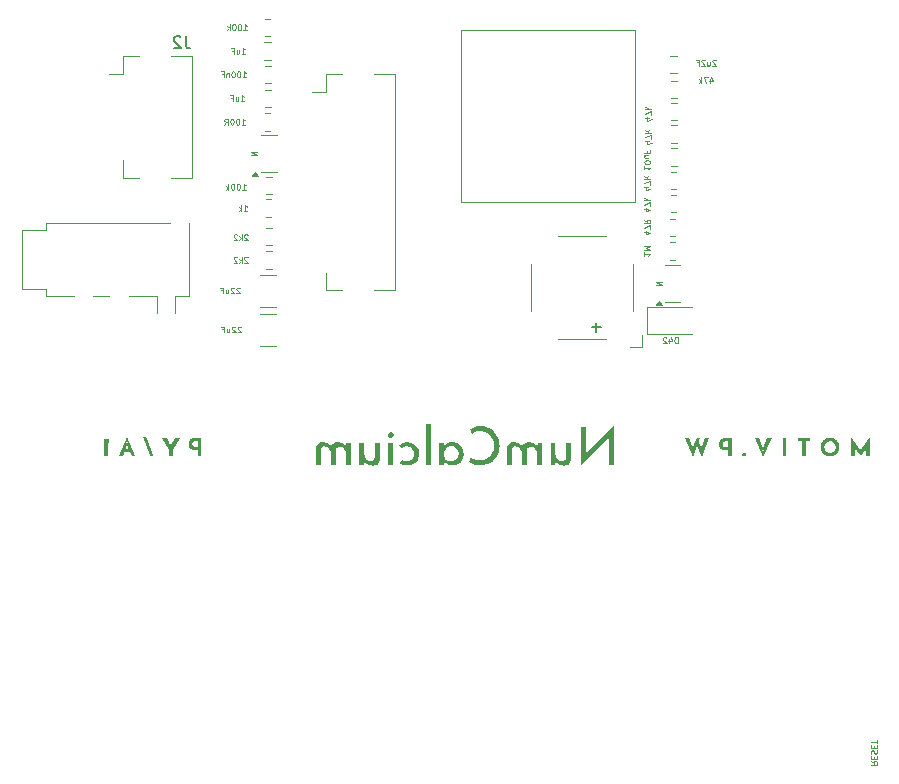
<source format=gbr>
%TF.GenerationSoftware,KiCad,Pcbnew,8.0.8-8.0.8-0~ubuntu22.04.1*%
%TF.CreationDate,2025-02-03T23:54:13+00:00*%
%TF.ProjectId,numcalcium,6e756d63-616c-4636-9975-6d2e6b696361,rev?*%
%TF.SameCoordinates,Original*%
%TF.FileFunction,Legend,Bot*%
%TF.FilePolarity,Positive*%
%FSLAX46Y46*%
G04 Gerber Fmt 4.6, Leading zero omitted, Abs format (unit mm)*
G04 Created by KiCad (PCBNEW 8.0.8-8.0.8-0~ubuntu22.04.1) date 2025-02-03 23:54:13*
%MOMM*%
%LPD*%
G01*
G04 APERTURE LIST*
%ADD10C,0.125000*%
%ADD11C,0.250000*%
%ADD12C,0.375000*%
%ADD13C,0.150000*%
%ADD14C,0.120000*%
%ADD15C,0.100000*%
G04 APERTURE END LIST*
D10*
X18427713Y41511190D02*
X18713427Y41511190D01*
X18570570Y41511190D02*
X18570570Y42011190D01*
X18570570Y42011190D02*
X18618189Y41939761D01*
X18618189Y41939761D02*
X18665808Y41892142D01*
X18665808Y41892142D02*
X18713427Y41868333D01*
X18118190Y42011190D02*
X18070571Y42011190D01*
X18070571Y42011190D02*
X18022952Y41987380D01*
X18022952Y41987380D02*
X17999142Y41963571D01*
X17999142Y41963571D02*
X17975333Y41915952D01*
X17975333Y41915952D02*
X17951523Y41820714D01*
X17951523Y41820714D02*
X17951523Y41701666D01*
X17951523Y41701666D02*
X17975333Y41606428D01*
X17975333Y41606428D02*
X17999142Y41558809D01*
X17999142Y41558809D02*
X18022952Y41535000D01*
X18022952Y41535000D02*
X18070571Y41511190D01*
X18070571Y41511190D02*
X18118190Y41511190D01*
X18118190Y41511190D02*
X18165809Y41535000D01*
X18165809Y41535000D02*
X18189618Y41558809D01*
X18189618Y41558809D02*
X18213428Y41606428D01*
X18213428Y41606428D02*
X18237237Y41701666D01*
X18237237Y41701666D02*
X18237237Y41820714D01*
X18237237Y41820714D02*
X18213428Y41915952D01*
X18213428Y41915952D02*
X18189618Y41963571D01*
X18189618Y41963571D02*
X18165809Y41987380D01*
X18165809Y41987380D02*
X18118190Y42011190D01*
X17642000Y42011190D02*
X17594381Y42011190D01*
X17594381Y42011190D02*
X17546762Y41987380D01*
X17546762Y41987380D02*
X17522952Y41963571D01*
X17522952Y41963571D02*
X17499143Y41915952D01*
X17499143Y41915952D02*
X17475333Y41820714D01*
X17475333Y41820714D02*
X17475333Y41701666D01*
X17475333Y41701666D02*
X17499143Y41606428D01*
X17499143Y41606428D02*
X17522952Y41558809D01*
X17522952Y41558809D02*
X17546762Y41535000D01*
X17546762Y41535000D02*
X17594381Y41511190D01*
X17594381Y41511190D02*
X17642000Y41511190D01*
X17642000Y41511190D02*
X17689619Y41535000D01*
X17689619Y41535000D02*
X17713428Y41558809D01*
X17713428Y41558809D02*
X17737238Y41606428D01*
X17737238Y41606428D02*
X17761047Y41701666D01*
X17761047Y41701666D02*
X17761047Y41820714D01*
X17761047Y41820714D02*
X17737238Y41915952D01*
X17737238Y41915952D02*
X17713428Y41963571D01*
X17713428Y41963571D02*
X17689619Y41987380D01*
X17689619Y41987380D02*
X17642000Y42011190D01*
X17261048Y41511190D02*
X17261048Y42011190D01*
X17213429Y41701666D02*
X17070572Y41511190D01*
X17070572Y41844523D02*
X17261048Y41654047D01*
X18289618Y39511190D02*
X18575332Y39511190D01*
X18432475Y39511190D02*
X18432475Y40011190D01*
X18432475Y40011190D02*
X18480094Y39939761D01*
X18480094Y39939761D02*
X18527713Y39892142D01*
X18527713Y39892142D02*
X18575332Y39868333D01*
X17861047Y39844523D02*
X17861047Y39511190D01*
X18075333Y39844523D02*
X18075333Y39582619D01*
X18075333Y39582619D02*
X18051523Y39535000D01*
X18051523Y39535000D02*
X18003904Y39511190D01*
X18003904Y39511190D02*
X17932476Y39511190D01*
X17932476Y39511190D02*
X17884857Y39535000D01*
X17884857Y39535000D02*
X17861047Y39558809D01*
X17456285Y39773095D02*
X17622952Y39773095D01*
X17622952Y39511190D02*
X17622952Y40011190D01*
X17622952Y40011190D02*
X17384857Y40011190D01*
X18365808Y37511190D02*
X18651522Y37511190D01*
X18508665Y37511190D02*
X18508665Y38011190D01*
X18508665Y38011190D02*
X18556284Y37939761D01*
X18556284Y37939761D02*
X18603903Y37892142D01*
X18603903Y37892142D02*
X18651522Y37868333D01*
X18056285Y38011190D02*
X18008666Y38011190D01*
X18008666Y38011190D02*
X17961047Y37987380D01*
X17961047Y37987380D02*
X17937237Y37963571D01*
X17937237Y37963571D02*
X17913428Y37915952D01*
X17913428Y37915952D02*
X17889618Y37820714D01*
X17889618Y37820714D02*
X17889618Y37701666D01*
X17889618Y37701666D02*
X17913428Y37606428D01*
X17913428Y37606428D02*
X17937237Y37558809D01*
X17937237Y37558809D02*
X17961047Y37535000D01*
X17961047Y37535000D02*
X18008666Y37511190D01*
X18008666Y37511190D02*
X18056285Y37511190D01*
X18056285Y37511190D02*
X18103904Y37535000D01*
X18103904Y37535000D02*
X18127713Y37558809D01*
X18127713Y37558809D02*
X18151523Y37606428D01*
X18151523Y37606428D02*
X18175332Y37701666D01*
X18175332Y37701666D02*
X18175332Y37820714D01*
X18175332Y37820714D02*
X18151523Y37915952D01*
X18151523Y37915952D02*
X18127713Y37963571D01*
X18127713Y37963571D02*
X18103904Y37987380D01*
X18103904Y37987380D02*
X18056285Y38011190D01*
X17580095Y38011190D02*
X17532476Y38011190D01*
X17532476Y38011190D02*
X17484857Y37987380D01*
X17484857Y37987380D02*
X17461047Y37963571D01*
X17461047Y37963571D02*
X17437238Y37915952D01*
X17437238Y37915952D02*
X17413428Y37820714D01*
X17413428Y37820714D02*
X17413428Y37701666D01*
X17413428Y37701666D02*
X17437238Y37606428D01*
X17437238Y37606428D02*
X17461047Y37558809D01*
X17461047Y37558809D02*
X17484857Y37535000D01*
X17484857Y37535000D02*
X17532476Y37511190D01*
X17532476Y37511190D02*
X17580095Y37511190D01*
X17580095Y37511190D02*
X17627714Y37535000D01*
X17627714Y37535000D02*
X17651523Y37558809D01*
X17651523Y37558809D02*
X17675333Y37606428D01*
X17675333Y37606428D02*
X17699142Y37701666D01*
X17699142Y37701666D02*
X17699142Y37820714D01*
X17699142Y37820714D02*
X17675333Y37915952D01*
X17675333Y37915952D02*
X17651523Y37963571D01*
X17651523Y37963571D02*
X17627714Y37987380D01*
X17627714Y37987380D02*
X17580095Y38011190D01*
X17199143Y37844523D02*
X17199143Y37511190D01*
X17199143Y37796904D02*
X17175333Y37820714D01*
X17175333Y37820714D02*
X17127714Y37844523D01*
X17127714Y37844523D02*
X17056286Y37844523D01*
X17056286Y37844523D02*
X17008667Y37820714D01*
X17008667Y37820714D02*
X16984857Y37773095D01*
X16984857Y37773095D02*
X16984857Y37511190D01*
X16580095Y37773095D02*
X16746762Y37773095D01*
X16746762Y37511190D02*
X16746762Y38011190D01*
X16746762Y38011190D02*
X16508667Y38011190D01*
X18189618Y35511190D02*
X18475332Y35511190D01*
X18332475Y35511190D02*
X18332475Y36011190D01*
X18332475Y36011190D02*
X18380094Y35939761D01*
X18380094Y35939761D02*
X18427713Y35892142D01*
X18427713Y35892142D02*
X18475332Y35868333D01*
X17761047Y35844523D02*
X17761047Y35511190D01*
X17975333Y35844523D02*
X17975333Y35582619D01*
X17975333Y35582619D02*
X17951523Y35535000D01*
X17951523Y35535000D02*
X17903904Y35511190D01*
X17903904Y35511190D02*
X17832476Y35511190D01*
X17832476Y35511190D02*
X17784857Y35535000D01*
X17784857Y35535000D02*
X17761047Y35558809D01*
X17356285Y35773095D02*
X17522952Y35773095D01*
X17522952Y35511190D02*
X17522952Y36011190D01*
X17522952Y36011190D02*
X17284857Y36011190D01*
X18275332Y33511190D02*
X18561046Y33511190D01*
X18418189Y33511190D02*
X18418189Y34011190D01*
X18418189Y34011190D02*
X18465808Y33939761D01*
X18465808Y33939761D02*
X18513427Y33892142D01*
X18513427Y33892142D02*
X18561046Y33868333D01*
X17965809Y34011190D02*
X17918190Y34011190D01*
X17918190Y34011190D02*
X17870571Y33987380D01*
X17870571Y33987380D02*
X17846761Y33963571D01*
X17846761Y33963571D02*
X17822952Y33915952D01*
X17822952Y33915952D02*
X17799142Y33820714D01*
X17799142Y33820714D02*
X17799142Y33701666D01*
X17799142Y33701666D02*
X17822952Y33606428D01*
X17822952Y33606428D02*
X17846761Y33558809D01*
X17846761Y33558809D02*
X17870571Y33535000D01*
X17870571Y33535000D02*
X17918190Y33511190D01*
X17918190Y33511190D02*
X17965809Y33511190D01*
X17965809Y33511190D02*
X18013428Y33535000D01*
X18013428Y33535000D02*
X18037237Y33558809D01*
X18037237Y33558809D02*
X18061047Y33606428D01*
X18061047Y33606428D02*
X18084856Y33701666D01*
X18084856Y33701666D02*
X18084856Y33820714D01*
X18084856Y33820714D02*
X18061047Y33915952D01*
X18061047Y33915952D02*
X18037237Y33963571D01*
X18037237Y33963571D02*
X18013428Y33987380D01*
X18013428Y33987380D02*
X17965809Y34011190D01*
X17489619Y34011190D02*
X17442000Y34011190D01*
X17442000Y34011190D02*
X17394381Y33987380D01*
X17394381Y33987380D02*
X17370571Y33963571D01*
X17370571Y33963571D02*
X17346762Y33915952D01*
X17346762Y33915952D02*
X17322952Y33820714D01*
X17322952Y33820714D02*
X17322952Y33701666D01*
X17322952Y33701666D02*
X17346762Y33606428D01*
X17346762Y33606428D02*
X17370571Y33558809D01*
X17370571Y33558809D02*
X17394381Y33535000D01*
X17394381Y33535000D02*
X17442000Y33511190D01*
X17442000Y33511190D02*
X17489619Y33511190D01*
X17489619Y33511190D02*
X17537238Y33535000D01*
X17537238Y33535000D02*
X17561047Y33558809D01*
X17561047Y33558809D02*
X17584857Y33606428D01*
X17584857Y33606428D02*
X17608666Y33701666D01*
X17608666Y33701666D02*
X17608666Y33820714D01*
X17608666Y33820714D02*
X17584857Y33915952D01*
X17584857Y33915952D02*
X17561047Y33963571D01*
X17561047Y33963571D02*
X17537238Y33987380D01*
X17537238Y33987380D02*
X17489619Y34011190D01*
X16822953Y33511190D02*
X16989619Y33749285D01*
X17108667Y33511190D02*
X17108667Y34011190D01*
X17108667Y34011190D02*
X16918191Y34011190D01*
X16918191Y34011190D02*
X16870572Y33987380D01*
X16870572Y33987380D02*
X16846762Y33963571D01*
X16846762Y33963571D02*
X16822953Y33915952D01*
X16822953Y33915952D02*
X16822953Y33844523D01*
X16822953Y33844523D02*
X16846762Y33796904D01*
X16846762Y33796904D02*
X16870572Y33773095D01*
X16870572Y33773095D02*
X16918191Y33749285D01*
X16918191Y33749285D02*
X17108667Y33749285D01*
X19067190Y30893142D02*
X19567190Y30893142D01*
X19567190Y30893142D02*
X19067190Y31178856D01*
X19067190Y31178856D02*
X19567190Y31178856D01*
X18327713Y28011190D02*
X18613427Y28011190D01*
X18470570Y28011190D02*
X18470570Y28511190D01*
X18470570Y28511190D02*
X18518189Y28439761D01*
X18518189Y28439761D02*
X18565808Y28392142D01*
X18565808Y28392142D02*
X18613427Y28368333D01*
X18018190Y28511190D02*
X17970571Y28511190D01*
X17970571Y28511190D02*
X17922952Y28487380D01*
X17922952Y28487380D02*
X17899142Y28463571D01*
X17899142Y28463571D02*
X17875333Y28415952D01*
X17875333Y28415952D02*
X17851523Y28320714D01*
X17851523Y28320714D02*
X17851523Y28201666D01*
X17851523Y28201666D02*
X17875333Y28106428D01*
X17875333Y28106428D02*
X17899142Y28058809D01*
X17899142Y28058809D02*
X17922952Y28035000D01*
X17922952Y28035000D02*
X17970571Y28011190D01*
X17970571Y28011190D02*
X18018190Y28011190D01*
X18018190Y28011190D02*
X18065809Y28035000D01*
X18065809Y28035000D02*
X18089618Y28058809D01*
X18089618Y28058809D02*
X18113428Y28106428D01*
X18113428Y28106428D02*
X18137237Y28201666D01*
X18137237Y28201666D02*
X18137237Y28320714D01*
X18137237Y28320714D02*
X18113428Y28415952D01*
X18113428Y28415952D02*
X18089618Y28463571D01*
X18089618Y28463571D02*
X18065809Y28487380D01*
X18065809Y28487380D02*
X18018190Y28511190D01*
X17542000Y28511190D02*
X17494381Y28511190D01*
X17494381Y28511190D02*
X17446762Y28487380D01*
X17446762Y28487380D02*
X17422952Y28463571D01*
X17422952Y28463571D02*
X17399143Y28415952D01*
X17399143Y28415952D02*
X17375333Y28320714D01*
X17375333Y28320714D02*
X17375333Y28201666D01*
X17375333Y28201666D02*
X17399143Y28106428D01*
X17399143Y28106428D02*
X17422952Y28058809D01*
X17422952Y28058809D02*
X17446762Y28035000D01*
X17446762Y28035000D02*
X17494381Y28011190D01*
X17494381Y28011190D02*
X17542000Y28011190D01*
X17542000Y28011190D02*
X17589619Y28035000D01*
X17589619Y28035000D02*
X17613428Y28058809D01*
X17613428Y28058809D02*
X17637238Y28106428D01*
X17637238Y28106428D02*
X17661047Y28201666D01*
X17661047Y28201666D02*
X17661047Y28320714D01*
X17661047Y28320714D02*
X17637238Y28415952D01*
X17637238Y28415952D02*
X17613428Y28463571D01*
X17613428Y28463571D02*
X17589619Y28487380D01*
X17589619Y28487380D02*
X17542000Y28511190D01*
X17161048Y28011190D02*
X17161048Y28511190D01*
X17113429Y28201666D02*
X16970572Y28011190D01*
X16970572Y28344523D02*
X17161048Y28154047D01*
X18451523Y26211190D02*
X18737237Y26211190D01*
X18594380Y26211190D02*
X18594380Y26711190D01*
X18594380Y26711190D02*
X18641999Y26639761D01*
X18641999Y26639761D02*
X18689618Y26592142D01*
X18689618Y26592142D02*
X18737237Y26568333D01*
X18237238Y26211190D02*
X18237238Y26711190D01*
X18189619Y26401666D02*
X18046762Y26211190D01*
X18046762Y26544523D02*
X18237238Y26354047D01*
X18775332Y24163571D02*
X18751523Y24187380D01*
X18751523Y24187380D02*
X18703904Y24211190D01*
X18703904Y24211190D02*
X18584856Y24211190D01*
X18584856Y24211190D02*
X18537237Y24187380D01*
X18537237Y24187380D02*
X18513428Y24163571D01*
X18513428Y24163571D02*
X18489618Y24115952D01*
X18489618Y24115952D02*
X18489618Y24068333D01*
X18489618Y24068333D02*
X18513428Y23996904D01*
X18513428Y23996904D02*
X18799142Y23711190D01*
X18799142Y23711190D02*
X18489618Y23711190D01*
X18275333Y23711190D02*
X18275333Y24211190D01*
X18227714Y23901666D02*
X18084857Y23711190D01*
X18084857Y24044523D02*
X18275333Y23854047D01*
X17894380Y24163571D02*
X17870571Y24187380D01*
X17870571Y24187380D02*
X17822952Y24211190D01*
X17822952Y24211190D02*
X17703904Y24211190D01*
X17703904Y24211190D02*
X17656285Y24187380D01*
X17656285Y24187380D02*
X17632476Y24163571D01*
X17632476Y24163571D02*
X17608666Y24115952D01*
X17608666Y24115952D02*
X17608666Y24068333D01*
X17608666Y24068333D02*
X17632476Y23996904D01*
X17632476Y23996904D02*
X17918190Y23711190D01*
X17918190Y23711190D02*
X17608666Y23711190D01*
X18775332Y22263571D02*
X18751523Y22287380D01*
X18751523Y22287380D02*
X18703904Y22311190D01*
X18703904Y22311190D02*
X18584856Y22311190D01*
X18584856Y22311190D02*
X18537237Y22287380D01*
X18537237Y22287380D02*
X18513428Y22263571D01*
X18513428Y22263571D02*
X18489618Y22215952D01*
X18489618Y22215952D02*
X18489618Y22168333D01*
X18489618Y22168333D02*
X18513428Y22096904D01*
X18513428Y22096904D02*
X18799142Y21811190D01*
X18799142Y21811190D02*
X18489618Y21811190D01*
X18275333Y21811190D02*
X18275333Y22311190D01*
X18227714Y22001666D02*
X18084857Y21811190D01*
X18084857Y22144523D02*
X18275333Y21954047D01*
X17894380Y22263571D02*
X17870571Y22287380D01*
X17870571Y22287380D02*
X17822952Y22311190D01*
X17822952Y22311190D02*
X17703904Y22311190D01*
X17703904Y22311190D02*
X17656285Y22287380D01*
X17656285Y22287380D02*
X17632476Y22263571D01*
X17632476Y22263571D02*
X17608666Y22215952D01*
X17608666Y22215952D02*
X17608666Y22168333D01*
X17608666Y22168333D02*
X17632476Y22096904D01*
X17632476Y22096904D02*
X17918190Y21811190D01*
X17918190Y21811190D02*
X17608666Y21811190D01*
X18113427Y19663571D02*
X18089618Y19687380D01*
X18089618Y19687380D02*
X18041999Y19711190D01*
X18041999Y19711190D02*
X17922951Y19711190D01*
X17922951Y19711190D02*
X17875332Y19687380D01*
X17875332Y19687380D02*
X17851523Y19663571D01*
X17851523Y19663571D02*
X17827713Y19615952D01*
X17827713Y19615952D02*
X17827713Y19568333D01*
X17827713Y19568333D02*
X17851523Y19496904D01*
X17851523Y19496904D02*
X18137237Y19211190D01*
X18137237Y19211190D02*
X17827713Y19211190D01*
X17637237Y19663571D02*
X17613428Y19687380D01*
X17613428Y19687380D02*
X17565809Y19711190D01*
X17565809Y19711190D02*
X17446761Y19711190D01*
X17446761Y19711190D02*
X17399142Y19687380D01*
X17399142Y19687380D02*
X17375333Y19663571D01*
X17375333Y19663571D02*
X17351523Y19615952D01*
X17351523Y19615952D02*
X17351523Y19568333D01*
X17351523Y19568333D02*
X17375333Y19496904D01*
X17375333Y19496904D02*
X17661047Y19211190D01*
X17661047Y19211190D02*
X17351523Y19211190D01*
X16922952Y19544523D02*
X16922952Y19211190D01*
X17137238Y19544523D02*
X17137238Y19282619D01*
X17137238Y19282619D02*
X17113428Y19235000D01*
X17113428Y19235000D02*
X17065809Y19211190D01*
X17065809Y19211190D02*
X16994381Y19211190D01*
X16994381Y19211190D02*
X16946762Y19235000D01*
X16946762Y19235000D02*
X16922952Y19258809D01*
X16518190Y19473095D02*
X16684857Y19473095D01*
X16684857Y19211190D02*
X16684857Y19711190D01*
X16684857Y19711190D02*
X16446762Y19711190D01*
X18213427Y16363571D02*
X18189618Y16387380D01*
X18189618Y16387380D02*
X18141999Y16411190D01*
X18141999Y16411190D02*
X18022951Y16411190D01*
X18022951Y16411190D02*
X17975332Y16387380D01*
X17975332Y16387380D02*
X17951523Y16363571D01*
X17951523Y16363571D02*
X17927713Y16315952D01*
X17927713Y16315952D02*
X17927713Y16268333D01*
X17927713Y16268333D02*
X17951523Y16196904D01*
X17951523Y16196904D02*
X18237237Y15911190D01*
X18237237Y15911190D02*
X17927713Y15911190D01*
X17737237Y16363571D02*
X17713428Y16387380D01*
X17713428Y16387380D02*
X17665809Y16411190D01*
X17665809Y16411190D02*
X17546761Y16411190D01*
X17546761Y16411190D02*
X17499142Y16387380D01*
X17499142Y16387380D02*
X17475333Y16363571D01*
X17475333Y16363571D02*
X17451523Y16315952D01*
X17451523Y16315952D02*
X17451523Y16268333D01*
X17451523Y16268333D02*
X17475333Y16196904D01*
X17475333Y16196904D02*
X17761047Y15911190D01*
X17761047Y15911190D02*
X17451523Y15911190D01*
X17022952Y16244523D02*
X17022952Y15911190D01*
X17237238Y16244523D02*
X17237238Y15982619D01*
X17237238Y15982619D02*
X17213428Y15935000D01*
X17213428Y15935000D02*
X17165809Y15911190D01*
X17165809Y15911190D02*
X17094381Y15911190D01*
X17094381Y15911190D02*
X17046762Y15935000D01*
X17046762Y15935000D02*
X17022952Y15958809D01*
X16618190Y16173095D02*
X16784857Y16173095D01*
X16784857Y15911190D02*
X16784857Y16411190D01*
X16784857Y16411190D02*
X16546762Y16411190D01*
X52367190Y30000286D02*
X52367190Y29714572D01*
X52367190Y29857429D02*
X52867190Y29857429D01*
X52867190Y29857429D02*
X52795761Y29809810D01*
X52795761Y29809810D02*
X52748142Y29762191D01*
X52748142Y29762191D02*
X52724333Y29714572D01*
X52867190Y30309809D02*
X52867190Y30357428D01*
X52867190Y30357428D02*
X52843380Y30405047D01*
X52843380Y30405047D02*
X52819571Y30428857D01*
X52819571Y30428857D02*
X52771952Y30452666D01*
X52771952Y30452666D02*
X52676714Y30476476D01*
X52676714Y30476476D02*
X52557666Y30476476D01*
X52557666Y30476476D02*
X52462428Y30452666D01*
X52462428Y30452666D02*
X52414809Y30428857D01*
X52414809Y30428857D02*
X52391000Y30405047D01*
X52391000Y30405047D02*
X52367190Y30357428D01*
X52367190Y30357428D02*
X52367190Y30309809D01*
X52367190Y30309809D02*
X52391000Y30262190D01*
X52391000Y30262190D02*
X52414809Y30238381D01*
X52414809Y30238381D02*
X52462428Y30214571D01*
X52462428Y30214571D02*
X52557666Y30190762D01*
X52557666Y30190762D02*
X52676714Y30190762D01*
X52676714Y30190762D02*
X52771952Y30214571D01*
X52771952Y30214571D02*
X52819571Y30238381D01*
X52819571Y30238381D02*
X52843380Y30262190D01*
X52843380Y30262190D02*
X52867190Y30309809D01*
X52700523Y30905047D02*
X52367190Y30905047D01*
X52700523Y30690761D02*
X52438619Y30690761D01*
X52438619Y30690761D02*
X52391000Y30714571D01*
X52391000Y30714571D02*
X52367190Y30762190D01*
X52367190Y30762190D02*
X52367190Y30833618D01*
X52367190Y30833618D02*
X52391000Y30881237D01*
X52391000Y30881237D02*
X52414809Y30905047D01*
X52629095Y31309809D02*
X52629095Y31143142D01*
X52367190Y31143142D02*
X52867190Y31143142D01*
X52867190Y31143142D02*
X52867190Y31381237D01*
X52700523Y26390762D02*
X52367190Y26390762D01*
X52891000Y26271714D02*
X52533857Y26152667D01*
X52533857Y26152667D02*
X52533857Y26462190D01*
X52867190Y26605047D02*
X52867190Y26938380D01*
X52867190Y26938380D02*
X52367190Y26724095D01*
X52367190Y27128856D02*
X52867190Y27128856D01*
X52557666Y27176475D02*
X52367190Y27319332D01*
X52700523Y27319332D02*
X52510047Y27128856D01*
X52700523Y28190762D02*
X52367190Y28190762D01*
X52891000Y28071714D02*
X52533857Y27952667D01*
X52533857Y27952667D02*
X52533857Y28262190D01*
X52867190Y28405047D02*
X52867190Y28738380D01*
X52867190Y28738380D02*
X52367190Y28524095D01*
X52367190Y28928856D02*
X52867190Y28928856D01*
X52557666Y28976475D02*
X52367190Y29119332D01*
X52700523Y29119332D02*
X52510047Y28928856D01*
X52800523Y32090762D02*
X52467190Y32090762D01*
X52991000Y31971714D02*
X52633857Y31852667D01*
X52633857Y31852667D02*
X52633857Y32162190D01*
X52967190Y32305047D02*
X52967190Y32638380D01*
X52967190Y32638380D02*
X52467190Y32424095D01*
X52467190Y32828856D02*
X52967190Y32828856D01*
X52657666Y32876475D02*
X52467190Y33019332D01*
X52800523Y33019332D02*
X52610047Y32828856D01*
X52800523Y34090762D02*
X52467190Y34090762D01*
X52991000Y33971714D02*
X52633857Y33852667D01*
X52633857Y33852667D02*
X52633857Y34162190D01*
X52967190Y34305047D02*
X52967190Y34638380D01*
X52967190Y34638380D02*
X52467190Y34424095D01*
X52467190Y34828856D02*
X52967190Y34828856D01*
X52657666Y34876475D02*
X52467190Y35019332D01*
X52800523Y35019332D02*
X52610047Y34828856D01*
X58413427Y38963571D02*
X58389618Y38987380D01*
X58389618Y38987380D02*
X58341999Y39011190D01*
X58341999Y39011190D02*
X58222951Y39011190D01*
X58222951Y39011190D02*
X58175332Y38987380D01*
X58175332Y38987380D02*
X58151523Y38963571D01*
X58151523Y38963571D02*
X58127713Y38915952D01*
X58127713Y38915952D02*
X58127713Y38868333D01*
X58127713Y38868333D02*
X58151523Y38796904D01*
X58151523Y38796904D02*
X58437237Y38511190D01*
X58437237Y38511190D02*
X58127713Y38511190D01*
X57699142Y38844523D02*
X57699142Y38511190D01*
X57913428Y38844523D02*
X57913428Y38582619D01*
X57913428Y38582619D02*
X57889618Y38535000D01*
X57889618Y38535000D02*
X57841999Y38511190D01*
X57841999Y38511190D02*
X57770571Y38511190D01*
X57770571Y38511190D02*
X57722952Y38535000D01*
X57722952Y38535000D02*
X57699142Y38558809D01*
X57484856Y38963571D02*
X57461047Y38987380D01*
X57461047Y38987380D02*
X57413428Y39011190D01*
X57413428Y39011190D02*
X57294380Y39011190D01*
X57294380Y39011190D02*
X57246761Y38987380D01*
X57246761Y38987380D02*
X57222952Y38963571D01*
X57222952Y38963571D02*
X57199142Y38915952D01*
X57199142Y38915952D02*
X57199142Y38868333D01*
X57199142Y38868333D02*
X57222952Y38796904D01*
X57222952Y38796904D02*
X57508666Y38511190D01*
X57508666Y38511190D02*
X57199142Y38511190D01*
X56818190Y38773095D02*
X56984857Y38773095D01*
X56984857Y38511190D02*
X56984857Y39011190D01*
X56984857Y39011190D02*
X56746762Y39011190D01*
X57937237Y37344523D02*
X57937237Y37011190D01*
X58056285Y37535000D02*
X58175332Y37177857D01*
X58175332Y37177857D02*
X57865809Y37177857D01*
X57722952Y37511190D02*
X57389619Y37511190D01*
X57389619Y37511190D02*
X57603904Y37011190D01*
X57199143Y37011190D02*
X57199143Y37511190D01*
X57151524Y37201666D02*
X57008667Y37011190D01*
X57008667Y37344523D02*
X57199143Y37154047D01*
X52700523Y24443143D02*
X52367190Y24443143D01*
X52891000Y24324095D02*
X52533857Y24205048D01*
X52533857Y24205048D02*
X52533857Y24514571D01*
X52867190Y24657428D02*
X52867190Y24990761D01*
X52867190Y24990761D02*
X52367190Y24776476D01*
X52367190Y25466951D02*
X52605285Y25300285D01*
X52367190Y25181237D02*
X52867190Y25181237D01*
X52867190Y25181237D02*
X52867190Y25371713D01*
X52867190Y25371713D02*
X52843380Y25419332D01*
X52843380Y25419332D02*
X52819571Y25443142D01*
X52819571Y25443142D02*
X52771952Y25466951D01*
X52771952Y25466951D02*
X52700523Y25466951D01*
X52700523Y25466951D02*
X52652904Y25443142D01*
X52652904Y25443142D02*
X52629095Y25419332D01*
X52629095Y25419332D02*
X52605285Y25371713D01*
X52605285Y25371713D02*
X52605285Y25181237D01*
X52367190Y22693143D02*
X52367190Y22407429D01*
X52367190Y22550286D02*
X52867190Y22550286D01*
X52867190Y22550286D02*
X52795761Y22502667D01*
X52795761Y22502667D02*
X52748142Y22455048D01*
X52748142Y22455048D02*
X52724333Y22407429D01*
X52367190Y22907428D02*
X52867190Y22907428D01*
X52867190Y22907428D02*
X52510047Y23074095D01*
X52510047Y23074095D02*
X52867190Y23240761D01*
X52867190Y23240761D02*
X52367190Y23240761D01*
X55199142Y15011190D02*
X55199142Y15511190D01*
X55199142Y15511190D02*
X55080094Y15511190D01*
X55080094Y15511190D02*
X55008666Y15487380D01*
X55008666Y15487380D02*
X54961047Y15439761D01*
X54961047Y15439761D02*
X54937237Y15392142D01*
X54937237Y15392142D02*
X54913428Y15296904D01*
X54913428Y15296904D02*
X54913428Y15225476D01*
X54913428Y15225476D02*
X54937237Y15130238D01*
X54937237Y15130238D02*
X54961047Y15082619D01*
X54961047Y15082619D02*
X55008666Y15035000D01*
X55008666Y15035000D02*
X55080094Y15011190D01*
X55080094Y15011190D02*
X55199142Y15011190D01*
X54484856Y15344523D02*
X54484856Y15011190D01*
X54603904Y15535000D02*
X54722951Y15177857D01*
X54722951Y15177857D02*
X54413428Y15177857D01*
X54246761Y15463571D02*
X54222952Y15487380D01*
X54222952Y15487380D02*
X54175333Y15511190D01*
X54175333Y15511190D02*
X54056285Y15511190D01*
X54056285Y15511190D02*
X54008666Y15487380D01*
X54008666Y15487380D02*
X53984857Y15463571D01*
X53984857Y15463571D02*
X53961047Y15415952D01*
X53961047Y15415952D02*
X53961047Y15368333D01*
X53961047Y15368333D02*
X53984857Y15296904D01*
X53984857Y15296904D02*
X54270571Y15011190D01*
X54270571Y15011190D02*
X53961047Y15011190D01*
X53367190Y19893142D02*
X53867190Y19893142D01*
X53867190Y19893142D02*
X53367190Y20178856D01*
X53367190Y20178856D02*
X53867190Y20178856D01*
X71567190Y-20390190D02*
X71805285Y-20556856D01*
X71567190Y-20675904D02*
X72067190Y-20675904D01*
X72067190Y-20675904D02*
X72067190Y-20485428D01*
X72067190Y-20485428D02*
X72043380Y-20437809D01*
X72043380Y-20437809D02*
X72019571Y-20413999D01*
X72019571Y-20413999D02*
X71971952Y-20390190D01*
X71971952Y-20390190D02*
X71900523Y-20390190D01*
X71900523Y-20390190D02*
X71852904Y-20413999D01*
X71852904Y-20413999D02*
X71829095Y-20437809D01*
X71829095Y-20437809D02*
X71805285Y-20485428D01*
X71805285Y-20485428D02*
X71805285Y-20675904D01*
X71829095Y-20175904D02*
X71829095Y-20009237D01*
X71567190Y-19937809D02*
X71567190Y-20175904D01*
X71567190Y-20175904D02*
X72067190Y-20175904D01*
X72067190Y-20175904D02*
X72067190Y-19937809D01*
X71591000Y-19747332D02*
X71567190Y-19675904D01*
X71567190Y-19675904D02*
X71567190Y-19556856D01*
X71567190Y-19556856D02*
X71591000Y-19509237D01*
X71591000Y-19509237D02*
X71614809Y-19485428D01*
X71614809Y-19485428D02*
X71662428Y-19461618D01*
X71662428Y-19461618D02*
X71710047Y-19461618D01*
X71710047Y-19461618D02*
X71757666Y-19485428D01*
X71757666Y-19485428D02*
X71781476Y-19509237D01*
X71781476Y-19509237D02*
X71805285Y-19556856D01*
X71805285Y-19556856D02*
X71829095Y-19652094D01*
X71829095Y-19652094D02*
X71852904Y-19699713D01*
X71852904Y-19699713D02*
X71876714Y-19723523D01*
X71876714Y-19723523D02*
X71924333Y-19747332D01*
X71924333Y-19747332D02*
X71971952Y-19747332D01*
X71971952Y-19747332D02*
X72019571Y-19723523D01*
X72019571Y-19723523D02*
X72043380Y-19699713D01*
X72043380Y-19699713D02*
X72067190Y-19652094D01*
X72067190Y-19652094D02*
X72067190Y-19533047D01*
X72067190Y-19533047D02*
X72043380Y-19461618D01*
X71829095Y-19247333D02*
X71829095Y-19080666D01*
X71567190Y-19009238D02*
X71567190Y-19247333D01*
X71567190Y-19247333D02*
X72067190Y-19247333D01*
X72067190Y-19247333D02*
X72067190Y-19009238D01*
X72067190Y-18866380D02*
X72067190Y-18580666D01*
X71567190Y-18723523D02*
X72067190Y-18723523D01*
D11*
G36*
X46994536Y4599487D02*
G01*
X49498709Y7141957D01*
X49372875Y7110694D01*
X49364278Y4705000D01*
X49801180Y4705000D01*
X49801180Y8042334D01*
X49780859Y8042334D01*
X47303259Y5493611D01*
X47404083Y5515495D01*
X47413461Y7943855D01*
X46981249Y7943855D01*
X46981249Y4599487D01*
X46994536Y4599487D01*
G37*
G36*
X45566595Y4633094D02*
G01*
X45731405Y4651381D01*
X45886341Y4713040D01*
X45985520Y4787847D01*
X46086380Y4916770D01*
X46143936Y5071413D01*
X46158249Y5188796D01*
X46158249Y6559682D01*
X45739323Y6559682D01*
X45739323Y5336514D01*
X45703663Y5177602D01*
X45651005Y5091099D01*
X45515939Y5007995D01*
X45400900Y4991838D01*
X45245079Y5017646D01*
X45121877Y5083283D01*
X45004178Y5200023D01*
X44924138Y5334169D01*
X44870844Y5492919D01*
X44850541Y5657820D01*
X44849889Y5695258D01*
X44849889Y6559682D01*
X44430963Y6559682D01*
X44430963Y4705000D01*
X44809247Y4705000D01*
X44845199Y5159877D01*
X44824878Y5079375D01*
X44904755Y4943335D01*
X44989791Y4848810D01*
X45116249Y4753428D01*
X45246148Y4690150D01*
X45400119Y4647358D01*
X45555824Y4633150D01*
X45566595Y4633094D01*
G37*
G36*
X43336755Y6559682D02*
G01*
X43300803Y6143101D01*
X43321124Y6179054D01*
X43239760Y6314403D01*
X43127194Y6437410D01*
X43026469Y6512787D01*
X42875161Y6586610D01*
X42722944Y6624349D01*
X42588786Y6633932D01*
X42425571Y6617858D01*
X42313671Y6583129D01*
X42178421Y6504117D01*
X42112806Y6440882D01*
X42032743Y6303358D01*
X42010419Y6217351D01*
X42035429Y6200938D01*
X41942153Y6341292D01*
X41826455Y6456367D01*
X41736867Y6519040D01*
X41591237Y6589052D01*
X41439233Y6626751D01*
X41334355Y6633932D01*
X41175688Y6618819D01*
X41026192Y6567286D01*
X40902924Y6479180D01*
X40804739Y6350256D01*
X40750517Y6195614D01*
X40738793Y6078230D01*
X40738793Y4705000D01*
X41155374Y4705000D01*
X41155374Y5925823D01*
X41184377Y6086290D01*
X41224934Y6164986D01*
X41359570Y6256500D01*
X41450810Y6270498D01*
X41614001Y6242926D01*
X41740775Y6172801D01*
X41853713Y6061231D01*
X41939295Y5920352D01*
X41991376Y5769215D01*
X42014263Y5607431D01*
X42015108Y5585055D01*
X42015108Y4705000D01*
X42434034Y4705000D01*
X42434034Y5925823D01*
X42465236Y6086290D01*
X42508284Y6164986D01*
X42638963Y6254152D01*
X42738849Y6270498D01*
X42901820Y6242926D01*
X43028032Y6172801D01*
X43139602Y6060645D01*
X43224208Y5918007D01*
X43274698Y5765359D01*
X43294275Y5603438D01*
X43294550Y5581147D01*
X43294550Y4705000D01*
X43713475Y4705000D01*
X43713475Y6559682D01*
X43336755Y6559682D01*
G37*
G36*
X37533545Y4947288D02*
G01*
X37670565Y4866856D01*
X37752387Y4826144D01*
X37903817Y4764204D01*
X38055233Y4718662D01*
X38078304Y4712815D01*
X38234869Y4683346D01*
X38403560Y4669871D01*
X38485506Y4669047D01*
X38646731Y4677083D01*
X38822195Y4700921D01*
X38988280Y4740390D01*
X39144986Y4795491D01*
X39163915Y4803478D01*
X39308800Y4874309D01*
X39442547Y4957058D01*
X39579700Y5064398D01*
X39676630Y5158314D01*
X39787604Y5290247D01*
X39883122Y5432813D01*
X39963184Y5586012D01*
X40000984Y5675718D01*
X40050565Y5824364D01*
X40085981Y5977993D01*
X40107230Y6136605D01*
X40114313Y6300198D01*
X40106986Y6478007D01*
X40085004Y6648782D01*
X40048367Y6812522D01*
X39997076Y6969228D01*
X39931961Y7117728D01*
X39854634Y7256067D01*
X39765094Y7384246D01*
X39663343Y7502264D01*
X39535505Y7621722D01*
X39395549Y7725105D01*
X39243476Y7812414D01*
X39153755Y7853974D01*
X39003350Y7909026D01*
X38846009Y7948349D01*
X38681731Y7971943D01*
X38510517Y7979808D01*
X38350860Y7973563D01*
X38183614Y7951978D01*
X38027055Y7914976D01*
X37982170Y7900868D01*
X37826763Y7843995D01*
X37675345Y7774789D01*
X37574187Y7717979D01*
X37748479Y7309996D01*
X37887045Y7393539D01*
X38038994Y7466244D01*
X38074397Y7481161D01*
X38223617Y7529741D01*
X38384048Y7555900D01*
X38497230Y7560882D01*
X38655752Y7549707D01*
X38808917Y7516183D01*
X38943510Y7466311D01*
X39083217Y7392965D01*
X39211103Y7301887D01*
X39317104Y7203702D01*
X39419668Y7080988D01*
X39505977Y6944975D01*
X39570335Y6809787D01*
X39622398Y6650601D01*
X39652850Y6482550D01*
X39661780Y6322083D01*
X39653689Y6161875D01*
X39626100Y5993580D01*
X39578933Y5833597D01*
X39513386Y5685234D01*
X39430662Y5550724D01*
X39340551Y5440464D01*
X39214632Y5325938D01*
X39083951Y5239108D01*
X38966176Y5180980D01*
X38809980Y5128027D01*
X38641223Y5097055D01*
X38476909Y5087972D01*
X38312778Y5096838D01*
X38149105Y5126734D01*
X38036881Y5163004D01*
X37892133Y5227449D01*
X37752045Y5310465D01*
X37719561Y5334169D01*
X37533545Y4947288D01*
G37*
G36*
X36275383Y6623664D02*
G01*
X36439723Y6583322D01*
X36594090Y6514351D01*
X36733217Y6419226D01*
X36851842Y6299350D01*
X36941891Y6168893D01*
X36972300Y6111277D01*
X37030582Y5955480D01*
X37061370Y5800906D01*
X37071633Y5632732D01*
X37070541Y5574672D01*
X37054158Y5410715D01*
X37012896Y5246523D01*
X36947362Y5101259D01*
X36861068Y4975764D01*
X36746222Y4861522D01*
X36610503Y4772215D01*
X36458084Y4708583D01*
X36294214Y4671364D01*
X36135304Y4660450D01*
X36000408Y4669426D01*
X35844557Y4707344D01*
X35751171Y4745922D01*
X35615555Y4825362D01*
X35574303Y4856709D01*
X35456895Y4966828D01*
X35423287Y5014008D01*
X35423287Y4705000D01*
X35004362Y4705000D01*
X35004362Y5845321D01*
X35423287Y5845321D01*
X35423287Y5480324D01*
X35457202Y5368152D01*
X35537397Y5227875D01*
X35611547Y5149379D01*
X35744515Y5062962D01*
X35867717Y5021448D01*
X36023538Y5005125D01*
X36185325Y5026618D01*
X36334606Y5091099D01*
X36463175Y5192704D01*
X36562826Y5324009D01*
X36573143Y5342510D01*
X36629299Y5489834D01*
X36648018Y5652271D01*
X36647695Y5675923D01*
X36624637Y5841439D01*
X36565171Y5986004D01*
X36468060Y6113988D01*
X36342422Y6210317D01*
X36196071Y6270694D01*
X36036825Y6290819D01*
X35919027Y6281403D01*
X35761710Y6233764D01*
X35665661Y6180313D01*
X35547558Y6076667D01*
X35484065Y5990601D01*
X35423287Y5845321D01*
X35004362Y5845321D01*
X35004362Y6559682D01*
X35389679Y6559682D01*
X35421361Y6265741D01*
X35441159Y6296791D01*
X35544650Y6415264D01*
X35676518Y6518258D01*
X35783748Y6574930D01*
X35947110Y6621642D01*
X36117327Y6635495D01*
X36275383Y6623664D01*
G37*
G36*
X34287655Y8174420D02*
G01*
X33868730Y8174420D01*
X33868730Y4705000D01*
X34287655Y4705000D01*
X34287655Y8174420D01*
G37*
G36*
X31642017Y4877728D02*
G01*
X31779184Y4787456D01*
X31929782Y4721991D01*
X31940579Y4718286D01*
X32093149Y4678750D01*
X32258276Y4660958D01*
X32291508Y4660450D01*
X32455897Y4669970D01*
X32625066Y4702882D01*
X32780038Y4759302D01*
X32823762Y4780812D01*
X32957118Y4865992D01*
X33081242Y4981553D01*
X33181724Y5120017D01*
X33249730Y5264273D01*
X33292549Y5423489D01*
X33309551Y5579574D01*
X33310684Y5634295D01*
X33299865Y5794735D01*
X33262465Y5958500D01*
X33198351Y6106999D01*
X33173908Y6148572D01*
X33079951Y6275655D01*
X32957027Y6393054D01*
X32813601Y6486995D01*
X32670353Y6550056D01*
X32505727Y6592446D01*
X32349656Y6606460D01*
X32333713Y6606577D01*
X32172769Y6597784D01*
X32013545Y6568414D01*
X31934327Y6544050D01*
X31789579Y6480663D01*
X31654746Y6393492D01*
X31630293Y6373667D01*
X31838974Y6100896D01*
X31971918Y6184317D01*
X32035150Y6213443D01*
X32192687Y6257102D01*
X32297760Y6264246D01*
X32454662Y6243534D01*
X32597104Y6181399D01*
X32725107Y6076609D01*
X32812038Y5956304D01*
X32871829Y5804678D01*
X32891681Y5645493D01*
X32891759Y5634295D01*
X32871438Y5469187D01*
X32810475Y5317756D01*
X32713168Y5188210D01*
X32585381Y5088754D01*
X32431605Y5026032D01*
X32269340Y5005207D01*
X32257900Y5005125D01*
X32096008Y5023698D01*
X32037495Y5041078D01*
X31892304Y5113473D01*
X31856951Y5139556D01*
X31642017Y4877728D01*
G37*
G36*
X31108200Y6559682D02*
G01*
X30689274Y6559682D01*
X30689274Y4705000D01*
X31108200Y4705000D01*
X31108200Y6559682D01*
G37*
G36*
X31137118Y7213080D02*
G01*
X31076082Y7362594D01*
X31057397Y7379556D01*
X30914522Y7444369D01*
X30886232Y7445990D01*
X30736462Y7395127D01*
X30717411Y7379556D01*
X30643552Y7237566D01*
X30642380Y7213080D01*
X30699826Y7061857D01*
X30717411Y7045041D01*
X30863078Y6981184D01*
X30886232Y6980170D01*
X31037284Y7030436D01*
X31057397Y7045823D01*
X31135172Y7182413D01*
X31137118Y7213080D01*
G37*
G36*
X29378570Y4633094D02*
G01*
X29543380Y4651381D01*
X29698316Y4713040D01*
X29797495Y4787847D01*
X29898355Y4916770D01*
X29955911Y5071413D01*
X29970224Y5188796D01*
X29970224Y6559682D01*
X29551298Y6559682D01*
X29551298Y5336514D01*
X29515638Y5177602D01*
X29462980Y5091099D01*
X29327914Y5007995D01*
X29212875Y4991838D01*
X29057054Y5017646D01*
X28933852Y5083283D01*
X28816152Y5200023D01*
X28736113Y5334169D01*
X28682819Y5492919D01*
X28662516Y5657820D01*
X28661863Y5695258D01*
X28661863Y6559682D01*
X28242938Y6559682D01*
X28242938Y4705000D01*
X28621221Y4705000D01*
X28657174Y5159877D01*
X28636853Y5079375D01*
X28716730Y4943335D01*
X28801766Y4848810D01*
X28928224Y4753428D01*
X29058123Y4690150D01*
X29212094Y4647358D01*
X29367799Y4633150D01*
X29378570Y4633094D01*
G37*
G36*
X27148730Y6559682D02*
G01*
X27112778Y6143101D01*
X27133099Y6179054D01*
X27051734Y6314403D01*
X26939169Y6437410D01*
X26838444Y6512787D01*
X26687136Y6586610D01*
X26534919Y6624349D01*
X26400761Y6633932D01*
X26237546Y6617858D01*
X26125646Y6583129D01*
X25990396Y6504117D01*
X25924780Y6440882D01*
X25844718Y6303358D01*
X25822394Y6217351D01*
X25847404Y6200938D01*
X25754128Y6341292D01*
X25638430Y6456367D01*
X25548842Y6519040D01*
X25403212Y6589052D01*
X25251207Y6626751D01*
X25146330Y6633932D01*
X24987663Y6618819D01*
X24838167Y6567286D01*
X24714899Y6479180D01*
X24616713Y6350256D01*
X24562491Y6195614D01*
X24550768Y6078230D01*
X24550768Y4705000D01*
X24967348Y4705000D01*
X24967348Y5925823D01*
X24996352Y6086290D01*
X25036909Y6164986D01*
X25171545Y6256500D01*
X25262785Y6270498D01*
X25425976Y6242926D01*
X25552750Y6172801D01*
X25665688Y6061231D01*
X25751270Y5920352D01*
X25803351Y5769215D01*
X25826238Y5607431D01*
X25827083Y5585055D01*
X25827083Y4705000D01*
X26246009Y4705000D01*
X26246009Y5925823D01*
X26277211Y6086290D01*
X26320258Y6164986D01*
X26450938Y6254152D01*
X26550824Y6270498D01*
X26713795Y6242926D01*
X26840007Y6172801D01*
X26951577Y6060645D01*
X27036183Y5918007D01*
X27086673Y5765359D01*
X27106250Y5603438D01*
X27106525Y5581147D01*
X27106525Y4705000D01*
X27525450Y4705000D01*
X27525450Y6559682D01*
X27148730Y6559682D01*
G37*
D12*
G36*
X71459561Y5441715D02*
G01*
X71459561Y7050420D01*
X71457729Y7050420D01*
X70598605Y5832259D01*
X70729031Y5861568D01*
X69872105Y7050420D01*
X69868075Y7050420D01*
X69868075Y5441715D01*
X70172523Y5441715D01*
X70172523Y6363487D01*
X70153472Y6205950D01*
X70676274Y5462597D01*
X70680671Y5462597D01*
X71218127Y6205950D01*
X71165737Y6351031D01*
X71165737Y5441715D01*
X71459561Y5441715D01*
G37*
G36*
X68175815Y7000320D02*
G01*
X68253782Y6988504D01*
X68329139Y6968812D01*
X68401885Y6941243D01*
X68471151Y6906782D01*
X68536066Y6866414D01*
X68596630Y6820137D01*
X68652844Y6767953D01*
X68703929Y6710777D01*
X68749107Y6649526D01*
X68788376Y6584199D01*
X68821738Y6514795D01*
X68848345Y6442324D01*
X68867351Y6367792D01*
X68878754Y6291199D01*
X68882555Y6212545D01*
X68878754Y6131968D01*
X68867351Y6054001D01*
X68848345Y5978644D01*
X68821738Y5905898D01*
X68788376Y5836632D01*
X68749107Y5771717D01*
X68703929Y5711153D01*
X68652844Y5654939D01*
X68596630Y5603831D01*
X68536066Y5558585D01*
X68471151Y5519201D01*
X68401885Y5485678D01*
X68329139Y5459071D01*
X68253782Y5440066D01*
X68175815Y5428663D01*
X68095238Y5424862D01*
X68015622Y5428663D01*
X67938342Y5440066D01*
X67863398Y5459071D01*
X67790789Y5485678D01*
X67721386Y5519201D01*
X67656059Y5558585D01*
X67594807Y5603831D01*
X67537631Y5654939D01*
X67485516Y5711153D01*
X67439446Y5771717D01*
X67399421Y5836632D01*
X67365440Y5905898D01*
X67338352Y5978644D01*
X67319004Y6054001D01*
X67307394Y6131968D01*
X67303525Y6212545D01*
X67618598Y6212545D01*
X67620316Y6168154D01*
X67631255Y6095073D01*
X67654502Y6020204D01*
X67668794Y5987540D01*
X67706389Y5921718D01*
X67753054Y5862667D01*
X67777457Y5838182D01*
X67835633Y5792466D01*
X67901065Y5756788D01*
X67933415Y5743964D01*
X68006777Y5725280D01*
X68084613Y5719052D01*
X68128899Y5720858D01*
X68201311Y5732355D01*
X68274756Y5756788D01*
X68306720Y5772008D01*
X68370938Y5812319D01*
X68428263Y5862667D01*
X68451975Y5889080D01*
X68496370Y5951256D01*
X68531211Y6020204D01*
X68545487Y6059962D01*
X68562696Y6137240D01*
X68567848Y6212545D01*
X68566147Y6257685D01*
X68555319Y6331805D01*
X68532310Y6407451D01*
X68517816Y6440600D01*
X68479342Y6507031D01*
X68431194Y6566086D01*
X68406005Y6590696D01*
X68346392Y6636593D01*
X68279885Y6672332D01*
X68241517Y6687036D01*
X68166542Y6704761D01*
X68093040Y6710068D01*
X68055774Y6708741D01*
X67978565Y6696764D01*
X67906194Y6672332D01*
X67874681Y6657099D01*
X67811705Y6616672D01*
X67755985Y6566086D01*
X67732908Y6539747D01*
X67689536Y6477287D01*
X67655234Y6407451D01*
X67639206Y6361472D01*
X67623750Y6289069D01*
X67618598Y6212545D01*
X67303525Y6212545D01*
X67307394Y6291199D01*
X67319004Y6367792D01*
X67338352Y6442324D01*
X67365440Y6514795D01*
X67399421Y6584199D01*
X67439446Y6649526D01*
X67485516Y6710777D01*
X67537631Y6767953D01*
X67594807Y6820137D01*
X67656059Y6866414D01*
X67721386Y6906782D01*
X67790789Y6941243D01*
X67863398Y6968812D01*
X67938342Y6988504D01*
X68015622Y7000320D01*
X68095238Y7004258D01*
X68175815Y7000320D01*
G37*
G36*
X66422419Y6987405D02*
G01*
X65380845Y6987405D01*
X65380845Y6693215D01*
X65756735Y6693215D01*
X65756735Y5441715D01*
X66061183Y5441715D01*
X66061183Y6693215D01*
X66422419Y6693215D01*
X66422419Y6987405D01*
G37*
G36*
X64406316Y6987405D02*
G01*
X64101867Y6987405D01*
X64101867Y5441715D01*
X64406316Y5441715D01*
X64406316Y6987405D01*
G37*
G36*
X62788451Y6987405D02*
G01*
X62337091Y5874391D01*
X62513312Y5909928D01*
X62104083Y6987405D01*
X61742848Y6987405D01*
X62448465Y5370273D01*
X63154083Y6987405D01*
X62788451Y6987405D01*
G37*
G36*
X60963591Y5593023D02*
G01*
X60945130Y5665924D01*
X60916330Y5701833D01*
X60853533Y5739929D01*
X60812283Y5746163D01*
X60739621Y5723262D01*
X60712631Y5701833D01*
X60672017Y5638721D01*
X60665370Y5593023D01*
X60682032Y5520742D01*
X60712631Y5482747D01*
X60776870Y5446563D01*
X60812283Y5441715D01*
X60885862Y5461109D01*
X60916330Y5482747D01*
X60956945Y5545058D01*
X60963591Y5593023D01*
G37*
G36*
X59753490Y5441715D02*
G01*
X59449041Y5441715D01*
X59449041Y5931177D01*
X59230688Y5931177D01*
X59202736Y5931593D01*
X59123904Y5937823D01*
X59045150Y5953515D01*
X58975698Y5978438D01*
X58926308Y6003969D01*
X58862097Y6049393D01*
X58809735Y6103368D01*
X58784260Y6138190D01*
X58745507Y6207324D01*
X58719610Y6276292D01*
X58709898Y6312112D01*
X58695750Y6389455D01*
X58691549Y6458009D01*
X58995482Y6458009D01*
X59007206Y6388766D01*
X59010280Y6378834D01*
X59044941Y6312196D01*
X59057428Y6296764D01*
X59117481Y6251380D01*
X59158797Y6235724D01*
X59232886Y6227199D01*
X59449041Y6227199D01*
X59449041Y6693215D01*
X59230688Y6693215D01*
X59175373Y6689351D01*
X59103560Y6665738D01*
X59084040Y6653263D01*
X59033218Y6598693D01*
X59029028Y6591215D01*
X59002809Y6519925D01*
X58995482Y6458009D01*
X58691549Y6458009D01*
X58691033Y6466435D01*
X58693468Y6524816D01*
X58704287Y6597929D01*
X58726804Y6673721D01*
X58760276Y6742674D01*
X58783462Y6777802D01*
X58832995Y6834587D01*
X58892556Y6883083D01*
X58962143Y6923292D01*
X58978904Y6931055D01*
X59050528Y6957102D01*
X59129480Y6975134D01*
X59204573Y6984337D01*
X59285276Y6987405D01*
X59753490Y6987405D01*
X59753490Y5441715D01*
G37*
G36*
X57869645Y6976781D02*
G01*
X57512440Y6976781D01*
X57182712Y6006648D01*
X57231072Y6027531D01*
X56943476Y6743773D01*
X56802792Y6325751D01*
X57247925Y5370273D01*
X57869645Y6976781D01*
G37*
G36*
X57094418Y6976781D02*
G01*
X56792167Y6976781D01*
X56412248Y6038156D01*
X56466836Y6046582D01*
X56183270Y6976781D01*
X55855740Y6976781D01*
X56451815Y5374670D01*
X57094418Y6976781D01*
G37*
G36*
X14867331Y5466000D02*
G01*
X14562882Y5466000D01*
X14562882Y5955462D01*
X14344529Y5955462D01*
X14316577Y5955878D01*
X14237745Y5962108D01*
X14158991Y5977800D01*
X14089540Y6002723D01*
X14040149Y6028254D01*
X13975938Y6073678D01*
X13923577Y6127653D01*
X13898101Y6162475D01*
X13859348Y6231609D01*
X13833451Y6300577D01*
X13823739Y6336397D01*
X13809591Y6413740D01*
X13805391Y6482294D01*
X14109323Y6482294D01*
X14121047Y6413051D01*
X14124121Y6403119D01*
X14158782Y6336481D01*
X14171270Y6321049D01*
X14231323Y6275665D01*
X14272638Y6260009D01*
X14346727Y6251484D01*
X14562882Y6251484D01*
X14562882Y6717500D01*
X14344529Y6717500D01*
X14289214Y6713636D01*
X14217401Y6690023D01*
X14197881Y6677548D01*
X14147059Y6622978D01*
X14142870Y6615500D01*
X14116651Y6544210D01*
X14109323Y6482294D01*
X13805391Y6482294D01*
X13804875Y6490720D01*
X13807309Y6549101D01*
X13818128Y6622214D01*
X13840646Y6698006D01*
X13874117Y6766959D01*
X13897303Y6802087D01*
X13946836Y6858872D01*
X14006397Y6907368D01*
X14075984Y6947577D01*
X14092745Y6955340D01*
X14164370Y6981387D01*
X14243321Y6999419D01*
X14318414Y7008622D01*
X14399117Y7011690D01*
X14867331Y7011690D01*
X14867331Y5466000D01*
G37*
G36*
X12450060Y5947036D02*
G01*
X13019023Y7011690D01*
X12643133Y7011690D01*
X12244163Y6209353D01*
X12334288Y6203124D01*
X11941546Y7011690D01*
X11565656Y7011690D01*
X12145611Y5947036D01*
X12145611Y5466000D01*
X12450060Y5466000D01*
X12450060Y5947036D01*
G37*
G36*
X9956951Y7043198D02*
G01*
X9984909Y6967174D01*
X10012867Y6891188D01*
X10040825Y6815241D01*
X10068783Y6739333D01*
X10096742Y6663463D01*
X10124700Y6587632D01*
X10152658Y6511840D01*
X10180616Y6436086D01*
X10208574Y6360371D01*
X10236532Y6284695D01*
X10255171Y6234265D01*
X10283129Y6158683D01*
X10311088Y6083063D01*
X10339046Y6007404D01*
X10367004Y5931706D01*
X10394962Y5855969D01*
X10422920Y5780194D01*
X10450878Y5704380D01*
X10478837Y5628528D01*
X10506795Y5552637D01*
X10534753Y5476707D01*
X10553392Y5426066D01*
X10818273Y5426066D01*
X10790315Y5502021D01*
X10762357Y5577938D01*
X10734399Y5653816D01*
X10706440Y5729656D01*
X10678482Y5805457D01*
X10650524Y5881219D01*
X10622566Y5956943D01*
X10594608Y6032628D01*
X10566649Y6108274D01*
X10538691Y6183882D01*
X10520053Y6234265D01*
X10492094Y6309916D01*
X10464136Y6385605D01*
X10436178Y6461333D01*
X10408220Y6537100D01*
X10380262Y6612905D01*
X10352303Y6688749D01*
X10324345Y6764631D01*
X10296387Y6840552D01*
X10268429Y6916512D01*
X10240471Y6992511D01*
X10221832Y7043198D01*
X9956951Y7043198D01*
G37*
G36*
X9263423Y5466000D02*
G01*
X8566232Y7072507D01*
X8549379Y7072507D01*
X7852188Y5466000D01*
X8204997Y5466000D01*
X8650129Y6595867D01*
X8429944Y6747175D01*
X8963371Y5466000D01*
X9263423Y5466000D01*
G37*
G36*
X8786783Y6024705D02*
G01*
X8322600Y6024705D01*
X8215621Y5768250D01*
X8881305Y5768250D01*
X8786783Y6024705D01*
G37*
G36*
X7041057Y6858184D02*
G01*
X6623402Y6858184D01*
X6623402Y5466000D01*
X6930049Y5466000D01*
X6930049Y6564360D01*
X7041057Y6564360D01*
X7041057Y6858184D01*
G37*
D13*
X13525333Y40981180D02*
X13525333Y40266895D01*
X13525333Y40266895D02*
X13572952Y40124038D01*
X13572952Y40124038D02*
X13668190Y40028800D01*
X13668190Y40028800D02*
X13811047Y39981180D01*
X13811047Y39981180D02*
X13906285Y39981180D01*
X13096761Y40885942D02*
X13049142Y40933561D01*
X13049142Y40933561D02*
X12953904Y40981180D01*
X12953904Y40981180D02*
X12715809Y40981180D01*
X12715809Y40981180D02*
X12620571Y40933561D01*
X12620571Y40933561D02*
X12572952Y40885942D01*
X12572952Y40885942D02*
X12525333Y40790704D01*
X12525333Y40790704D02*
X12525333Y40695466D01*
X12525333Y40695466D02*
X12572952Y40552609D01*
X12572952Y40552609D02*
X13144380Y39981180D01*
X13144380Y39981180D02*
X12525333Y39981180D01*
X48672951Y16362133D02*
X47911047Y16362133D01*
X48291999Y15981180D02*
X48291999Y16743085D01*
D14*
%TO.C,R15*%
X20264936Y42471000D02*
X20719064Y42471000D01*
X20264936Y41001000D02*
X20719064Y41001000D01*
%TO.C,R19*%
X20264136Y34471000D02*
X20718264Y34471000D01*
X20264136Y33001000D02*
X20718264Y33001000D01*
%TO.C,C12*%
X21228252Y20796000D02*
X19805748Y20796000D01*
X21228252Y18076000D02*
X19805748Y18076000D01*
%TO.C,J2*%
X7042000Y37792599D02*
X8242000Y37792599D01*
X8242000Y39282599D02*
X8242000Y37792599D01*
X8242000Y28982599D02*
X8242000Y30472599D01*
X9582000Y39282599D02*
X8242000Y39282599D01*
X9582000Y28982599D02*
X8242000Y28982599D01*
X12302000Y28982599D02*
X14042000Y28982599D01*
X14042000Y39282599D02*
X12302000Y39282599D01*
X14042000Y28982599D02*
X14042000Y39282599D01*
%TO.C,J3*%
X24250757Y36292599D02*
X25450757Y36292599D01*
X25450757Y37782599D02*
X25450757Y36292599D01*
X25450757Y19482599D02*
X25450757Y20972599D01*
X26790757Y37782599D02*
X25450757Y37782599D01*
X26790757Y19482599D02*
X25450757Y19482599D01*
X29510757Y19482599D02*
X31250757Y19482599D01*
X31250757Y37782599D02*
X29510757Y37782599D01*
X31250757Y19482599D02*
X31250757Y37782599D01*
%TO.C,Q9*%
X19940100Y32596000D02*
X20590100Y32596000D01*
X19940100Y29476000D02*
X20590100Y29476000D01*
X21240100Y32596000D02*
X20590100Y32596000D01*
X21240100Y29476000D02*
X20590100Y29476000D01*
X19667600Y29196000D02*
X19187600Y29196000D01*
X19427600Y29526000D01*
X19667600Y29196000D01*
G36*
X19667600Y29196000D02*
G01*
X19187600Y29196000D01*
X19427600Y29526000D01*
X19667600Y29196000D01*
G37*
%TO.C,R21*%
X54591841Y27586215D02*
X55045969Y27586215D01*
X54591841Y26116215D02*
X55045969Y26116215D01*
%TO.C,R27*%
X55008469Y23536215D02*
X54554341Y23536215D01*
X55008469Y22066215D02*
X54554341Y22066215D01*
%TO.C,C10*%
X20199548Y40471000D02*
X20722052Y40471000D01*
X20199548Y39001000D02*
X20722052Y39001000D01*
%TO.C,R22*%
X54591841Y29536215D02*
X55045969Y29536215D01*
X54591841Y28066215D02*
X55045969Y28066215D01*
%TO.C,R20*%
X20803064Y27171000D02*
X20348936Y27171000D01*
X20803064Y25701000D02*
X20348936Y25701000D01*
%TO.C,R18*%
X20364936Y29071000D02*
X20819064Y29071000D01*
X20364936Y27601000D02*
X20819064Y27601000D01*
%TO.C,BZ1*%
X42742000Y21736000D02*
X42742000Y17736000D01*
X45092000Y15386000D02*
X49092000Y15386000D01*
X49092000Y24086000D02*
X45092000Y24086000D01*
X51442000Y17736000D02*
X51442000Y21736000D01*
X52142000Y15686000D02*
X52142000Y14686000D01*
X52142000Y14686000D02*
X51142000Y14686000D01*
%TO.C,J4*%
D15*
X36834757Y26982599D02*
X51584757Y26982599D01*
X51584757Y41482599D01*
X36834757Y41482599D01*
X36834757Y26982599D01*
D14*
%TO.C,J5*%
X-308000Y24586000D02*
X-308000Y19586000D01*
X-308000Y24586000D02*
X1692000Y24586000D01*
X-308000Y19586000D02*
X1692000Y19586000D01*
X1692000Y25186000D02*
X1692000Y24586000D01*
X1692000Y25186000D02*
X12217000Y25186000D01*
X1692000Y19586000D02*
X1692000Y18986000D01*
X4067000Y18986000D02*
X1692000Y18986000D01*
X7067000Y18986000D02*
X5717000Y18986000D01*
X11117000Y18986000D02*
X8717000Y18986000D01*
X11117000Y17586000D02*
X11117000Y18986000D01*
X12667000Y17586000D02*
X12667000Y18986000D01*
X13792000Y18986000D02*
X12667000Y18986000D01*
X13792000Y18986000D02*
X13792000Y25186000D01*
%TO.C,C11*%
X20250348Y38471000D02*
X20772852Y38471000D01*
X20250348Y37001000D02*
X20772852Y37001000D01*
%TO.C,R29*%
X20364936Y24771000D02*
X20819064Y24771000D01*
X20364936Y23301000D02*
X20819064Y23301000D01*
%TO.C,R23*%
X54641841Y37236215D02*
X55095969Y37236215D01*
X54641841Y35766215D02*
X55095969Y35766215D01*
%TO.C,R25*%
X54641841Y33436215D02*
X55095969Y33436215D01*
X54641841Y31966215D02*
X55095969Y31966215D01*
%TO.C,C13*%
X21228252Y17496000D02*
X19805748Y17496000D01*
X21228252Y14776000D02*
X19805748Y14776000D01*
%TO.C,D42*%
X52562257Y18071000D02*
X52562257Y15801000D01*
X52562257Y15801000D02*
X56447257Y15801000D01*
X56447257Y18071000D02*
X52562257Y18071000D01*
%TO.C,Q8*%
X54131405Y21611215D02*
X54781405Y21611215D01*
X54131405Y18491215D02*
X54781405Y18491215D01*
X55431405Y21611215D02*
X54781405Y21611215D01*
X55431405Y18491215D02*
X54781405Y18491215D01*
X53858905Y18211215D02*
X53378905Y18211215D01*
X53618905Y18541215D01*
X53858905Y18211215D01*
G36*
X53858905Y18211215D02*
G01*
X53378905Y18211215D01*
X53618905Y18541215D01*
X53858905Y18211215D01*
G37*
%TO.C,R2*%
X55008469Y25536215D02*
X54554341Y25536215D01*
X55008469Y24066215D02*
X54554341Y24066215D01*
%TO.C,R28*%
X20364936Y22771000D02*
X20819064Y22771000D01*
X20364936Y21301000D02*
X20819064Y21301000D01*
%TO.C,C23*%
X54580748Y39324401D02*
X55103252Y39324401D01*
X54580748Y37854401D02*
X55103252Y37854401D01*
%TO.C,R24*%
X54641841Y35336215D02*
X55095969Y35336215D01*
X54641841Y33866215D02*
X55095969Y33866215D01*
%TO.C,C9*%
X20737252Y36471000D02*
X20214748Y36471000D01*
X20737252Y35001000D02*
X20214748Y35001000D01*
%TO.C,C15*%
X54607653Y31486215D02*
X55130157Y31486215D01*
X54607653Y30016215D02*
X55130157Y30016215D01*
%TD*%
M02*

</source>
